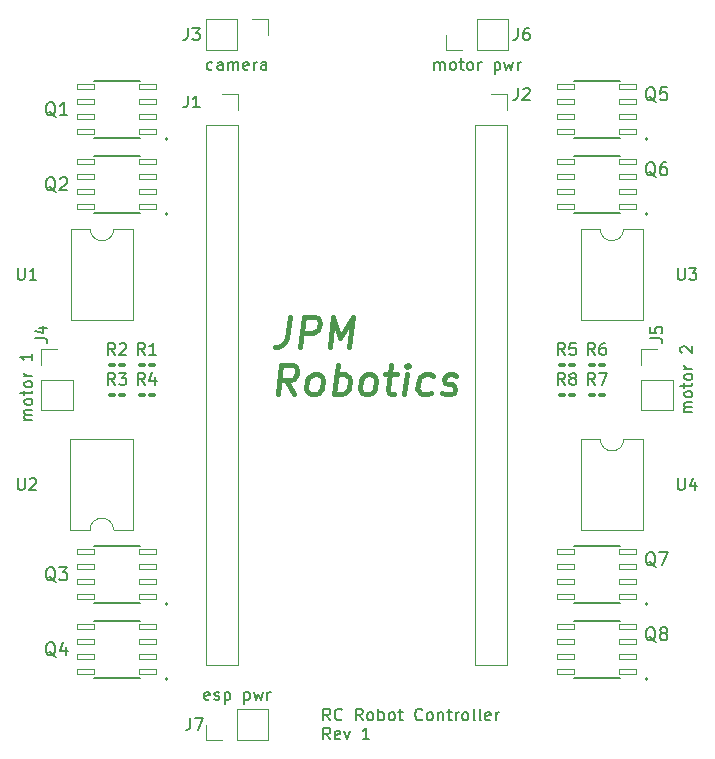
<source format=gto>
G04 #@! TF.GenerationSoftware,KiCad,Pcbnew,(6.0.2)*
G04 #@! TF.CreationDate,2022-11-25T11:40:26-08:00*
G04 #@! TF.ProjectId,robot_pcb,726f626f-745f-4706-9362-2e6b69636164,rev?*
G04 #@! TF.SameCoordinates,Original*
G04 #@! TF.FileFunction,Legend,Top*
G04 #@! TF.FilePolarity,Positive*
%FSLAX46Y46*%
G04 Gerber Fmt 4.6, Leading zero omitted, Abs format (unit mm)*
G04 Created by KiCad (PCBNEW (6.0.2)) date 2022-11-25 11:40:26*
%MOMM*%
%LPD*%
G01*
G04 APERTURE LIST*
G04 Aperture macros list*
%AMRoundRect*
0 Rectangle with rounded corners*
0 $1 Rounding radius*
0 $2 $3 $4 $5 $6 $7 $8 $9 X,Y pos of 4 corners*
0 Add a 4 corners polygon primitive as box body*
4,1,4,$2,$3,$4,$5,$6,$7,$8,$9,$2,$3,0*
0 Add four circle primitives for the rounded corners*
1,1,$1+$1,$2,$3*
1,1,$1+$1,$4,$5*
1,1,$1+$1,$6,$7*
1,1,$1+$1,$8,$9*
0 Add four rect primitives between the rounded corners*
20,1,$1+$1,$2,$3,$4,$5,0*
20,1,$1+$1,$4,$5,$6,$7,0*
20,1,$1+$1,$6,$7,$8,$9,0*
20,1,$1+$1,$8,$9,$2,$3,0*%
G04 Aperture macros list end*
%ADD10C,0.150000*%
%ADD11C,0.450000*%
%ADD12C,0.120000*%
%ADD13C,0.127000*%
%ADD14C,0.200000*%
%ADD15R,1.700000X1.700000*%
%ADD16O,1.700000X1.700000*%
%ADD17RoundRect,0.041300X0.748700X0.253700X-0.748700X0.253700X-0.748700X-0.253700X0.748700X-0.253700X0*%
%ADD18C,2.700000*%
%ADD19RoundRect,0.100000X0.217500X0.100000X-0.217500X0.100000X-0.217500X-0.100000X0.217500X-0.100000X0*%
%ADD20R,1.600000X1.600000*%
%ADD21O,1.600000X1.600000*%
%ADD22RoundRect,0.100000X-0.217500X-0.100000X0.217500X-0.100000X0.217500X0.100000X-0.217500X0.100000X0*%
G04 APERTURE END LIST*
D10*
X95702380Y-93590714D02*
X95035714Y-93590714D01*
X95130952Y-93590714D02*
X95083333Y-93543095D01*
X95035714Y-93447857D01*
X95035714Y-93305000D01*
X95083333Y-93209761D01*
X95178571Y-93162142D01*
X95702380Y-93162142D01*
X95178571Y-93162142D02*
X95083333Y-93114523D01*
X95035714Y-93019285D01*
X95035714Y-92876428D01*
X95083333Y-92781190D01*
X95178571Y-92733571D01*
X95702380Y-92733571D01*
X95702380Y-92114523D02*
X95654761Y-92209761D01*
X95607142Y-92257380D01*
X95511904Y-92305000D01*
X95226190Y-92305000D01*
X95130952Y-92257380D01*
X95083333Y-92209761D01*
X95035714Y-92114523D01*
X95035714Y-91971666D01*
X95083333Y-91876428D01*
X95130952Y-91828809D01*
X95226190Y-91781190D01*
X95511904Y-91781190D01*
X95607142Y-91828809D01*
X95654761Y-91876428D01*
X95702380Y-91971666D01*
X95702380Y-92114523D01*
X95035714Y-91495476D02*
X95035714Y-91114523D01*
X94702380Y-91352619D02*
X95559523Y-91352619D01*
X95654761Y-91305000D01*
X95702380Y-91209761D01*
X95702380Y-91114523D01*
X95702380Y-90638333D02*
X95654761Y-90733571D01*
X95607142Y-90781190D01*
X95511904Y-90828809D01*
X95226190Y-90828809D01*
X95130952Y-90781190D01*
X95083333Y-90733571D01*
X95035714Y-90638333D01*
X95035714Y-90495476D01*
X95083333Y-90400238D01*
X95130952Y-90352619D01*
X95226190Y-90305000D01*
X95511904Y-90305000D01*
X95607142Y-90352619D01*
X95654761Y-90400238D01*
X95702380Y-90495476D01*
X95702380Y-90638333D01*
X95702380Y-89876428D02*
X95035714Y-89876428D01*
X95226190Y-89876428D02*
X95130952Y-89828809D01*
X95083333Y-89781190D01*
X95035714Y-89685952D01*
X95035714Y-89590714D01*
X95702380Y-87971666D02*
X95702380Y-88543095D01*
X95702380Y-88257380D02*
X94702380Y-88257380D01*
X94845238Y-88352619D01*
X94940476Y-88447857D01*
X94988095Y-88543095D01*
X151582380Y-92955714D02*
X150915714Y-92955714D01*
X151010952Y-92955714D02*
X150963333Y-92908095D01*
X150915714Y-92812857D01*
X150915714Y-92670000D01*
X150963333Y-92574761D01*
X151058571Y-92527142D01*
X151582380Y-92527142D01*
X151058571Y-92527142D02*
X150963333Y-92479523D01*
X150915714Y-92384285D01*
X150915714Y-92241428D01*
X150963333Y-92146190D01*
X151058571Y-92098571D01*
X151582380Y-92098571D01*
X151582380Y-91479523D02*
X151534761Y-91574761D01*
X151487142Y-91622380D01*
X151391904Y-91670000D01*
X151106190Y-91670000D01*
X151010952Y-91622380D01*
X150963333Y-91574761D01*
X150915714Y-91479523D01*
X150915714Y-91336666D01*
X150963333Y-91241428D01*
X151010952Y-91193809D01*
X151106190Y-91146190D01*
X151391904Y-91146190D01*
X151487142Y-91193809D01*
X151534761Y-91241428D01*
X151582380Y-91336666D01*
X151582380Y-91479523D01*
X150915714Y-90860476D02*
X150915714Y-90479523D01*
X150582380Y-90717619D02*
X151439523Y-90717619D01*
X151534761Y-90670000D01*
X151582380Y-90574761D01*
X151582380Y-90479523D01*
X151582380Y-90003333D02*
X151534761Y-90098571D01*
X151487142Y-90146190D01*
X151391904Y-90193809D01*
X151106190Y-90193809D01*
X151010952Y-90146190D01*
X150963333Y-90098571D01*
X150915714Y-90003333D01*
X150915714Y-89860476D01*
X150963333Y-89765238D01*
X151010952Y-89717619D01*
X151106190Y-89670000D01*
X151391904Y-89670000D01*
X151487142Y-89717619D01*
X151534761Y-89765238D01*
X151582380Y-89860476D01*
X151582380Y-90003333D01*
X151582380Y-89241428D02*
X150915714Y-89241428D01*
X151106190Y-89241428D02*
X151010952Y-89193809D01*
X150963333Y-89146190D01*
X150915714Y-89050952D01*
X150915714Y-88955714D01*
X150677619Y-87908095D02*
X150630000Y-87860476D01*
X150582380Y-87765238D01*
X150582380Y-87527142D01*
X150630000Y-87431904D01*
X150677619Y-87384285D01*
X150772857Y-87336666D01*
X150868095Y-87336666D01*
X151010952Y-87384285D01*
X151582380Y-87955714D01*
X151582380Y-87336666D01*
X120922023Y-119027380D02*
X120588690Y-118551190D01*
X120350595Y-119027380D02*
X120350595Y-118027380D01*
X120731547Y-118027380D01*
X120826785Y-118075000D01*
X120874404Y-118122619D01*
X120922023Y-118217857D01*
X120922023Y-118360714D01*
X120874404Y-118455952D01*
X120826785Y-118503571D01*
X120731547Y-118551190D01*
X120350595Y-118551190D01*
X121922023Y-118932142D02*
X121874404Y-118979761D01*
X121731547Y-119027380D01*
X121636309Y-119027380D01*
X121493452Y-118979761D01*
X121398214Y-118884523D01*
X121350595Y-118789285D01*
X121302976Y-118598809D01*
X121302976Y-118455952D01*
X121350595Y-118265476D01*
X121398214Y-118170238D01*
X121493452Y-118075000D01*
X121636309Y-118027380D01*
X121731547Y-118027380D01*
X121874404Y-118075000D01*
X121922023Y-118122619D01*
X123683928Y-119027380D02*
X123350595Y-118551190D01*
X123112500Y-119027380D02*
X123112500Y-118027380D01*
X123493452Y-118027380D01*
X123588690Y-118075000D01*
X123636309Y-118122619D01*
X123683928Y-118217857D01*
X123683928Y-118360714D01*
X123636309Y-118455952D01*
X123588690Y-118503571D01*
X123493452Y-118551190D01*
X123112500Y-118551190D01*
X124255357Y-119027380D02*
X124160119Y-118979761D01*
X124112500Y-118932142D01*
X124064880Y-118836904D01*
X124064880Y-118551190D01*
X124112500Y-118455952D01*
X124160119Y-118408333D01*
X124255357Y-118360714D01*
X124398214Y-118360714D01*
X124493452Y-118408333D01*
X124541071Y-118455952D01*
X124588690Y-118551190D01*
X124588690Y-118836904D01*
X124541071Y-118932142D01*
X124493452Y-118979761D01*
X124398214Y-119027380D01*
X124255357Y-119027380D01*
X125017261Y-119027380D02*
X125017261Y-118027380D01*
X125017261Y-118408333D02*
X125112500Y-118360714D01*
X125302976Y-118360714D01*
X125398214Y-118408333D01*
X125445833Y-118455952D01*
X125493452Y-118551190D01*
X125493452Y-118836904D01*
X125445833Y-118932142D01*
X125398214Y-118979761D01*
X125302976Y-119027380D01*
X125112500Y-119027380D01*
X125017261Y-118979761D01*
X126064880Y-119027380D02*
X125969642Y-118979761D01*
X125922023Y-118932142D01*
X125874404Y-118836904D01*
X125874404Y-118551190D01*
X125922023Y-118455952D01*
X125969642Y-118408333D01*
X126064880Y-118360714D01*
X126207738Y-118360714D01*
X126302976Y-118408333D01*
X126350595Y-118455952D01*
X126398214Y-118551190D01*
X126398214Y-118836904D01*
X126350595Y-118932142D01*
X126302976Y-118979761D01*
X126207738Y-119027380D01*
X126064880Y-119027380D01*
X126683928Y-118360714D02*
X127064880Y-118360714D01*
X126826785Y-118027380D02*
X126826785Y-118884523D01*
X126874404Y-118979761D01*
X126969642Y-119027380D01*
X127064880Y-119027380D01*
X128731547Y-118932142D02*
X128683928Y-118979761D01*
X128541071Y-119027380D01*
X128445833Y-119027380D01*
X128302976Y-118979761D01*
X128207738Y-118884523D01*
X128160119Y-118789285D01*
X128112500Y-118598809D01*
X128112500Y-118455952D01*
X128160119Y-118265476D01*
X128207738Y-118170238D01*
X128302976Y-118075000D01*
X128445833Y-118027380D01*
X128541071Y-118027380D01*
X128683928Y-118075000D01*
X128731547Y-118122619D01*
X129302976Y-119027380D02*
X129207738Y-118979761D01*
X129160119Y-118932142D01*
X129112500Y-118836904D01*
X129112500Y-118551190D01*
X129160119Y-118455952D01*
X129207738Y-118408333D01*
X129302976Y-118360714D01*
X129445833Y-118360714D01*
X129541071Y-118408333D01*
X129588690Y-118455952D01*
X129636309Y-118551190D01*
X129636309Y-118836904D01*
X129588690Y-118932142D01*
X129541071Y-118979761D01*
X129445833Y-119027380D01*
X129302976Y-119027380D01*
X130064880Y-118360714D02*
X130064880Y-119027380D01*
X130064880Y-118455952D02*
X130112500Y-118408333D01*
X130207738Y-118360714D01*
X130350595Y-118360714D01*
X130445833Y-118408333D01*
X130493452Y-118503571D01*
X130493452Y-119027380D01*
X130826785Y-118360714D02*
X131207738Y-118360714D01*
X130969642Y-118027380D02*
X130969642Y-118884523D01*
X131017261Y-118979761D01*
X131112500Y-119027380D01*
X131207738Y-119027380D01*
X131541071Y-119027380D02*
X131541071Y-118360714D01*
X131541071Y-118551190D02*
X131588690Y-118455952D01*
X131636309Y-118408333D01*
X131731547Y-118360714D01*
X131826785Y-118360714D01*
X132302976Y-119027380D02*
X132207738Y-118979761D01*
X132160119Y-118932142D01*
X132112500Y-118836904D01*
X132112500Y-118551190D01*
X132160119Y-118455952D01*
X132207738Y-118408333D01*
X132302976Y-118360714D01*
X132445833Y-118360714D01*
X132541071Y-118408333D01*
X132588690Y-118455952D01*
X132636309Y-118551190D01*
X132636309Y-118836904D01*
X132588690Y-118932142D01*
X132541071Y-118979761D01*
X132445833Y-119027380D01*
X132302976Y-119027380D01*
X133207738Y-119027380D02*
X133112500Y-118979761D01*
X133064880Y-118884523D01*
X133064880Y-118027380D01*
X133731547Y-119027380D02*
X133636309Y-118979761D01*
X133588690Y-118884523D01*
X133588690Y-118027380D01*
X134493452Y-118979761D02*
X134398214Y-119027380D01*
X134207738Y-119027380D01*
X134112500Y-118979761D01*
X134064880Y-118884523D01*
X134064880Y-118503571D01*
X134112500Y-118408333D01*
X134207738Y-118360714D01*
X134398214Y-118360714D01*
X134493452Y-118408333D01*
X134541071Y-118503571D01*
X134541071Y-118598809D01*
X134064880Y-118694047D01*
X134969642Y-119027380D02*
X134969642Y-118360714D01*
X134969642Y-118551190D02*
X135017261Y-118455952D01*
X135064880Y-118408333D01*
X135160119Y-118360714D01*
X135255357Y-118360714D01*
X120922023Y-120637380D02*
X120588690Y-120161190D01*
X120350595Y-120637380D02*
X120350595Y-119637380D01*
X120731547Y-119637380D01*
X120826785Y-119685000D01*
X120874404Y-119732619D01*
X120922023Y-119827857D01*
X120922023Y-119970714D01*
X120874404Y-120065952D01*
X120826785Y-120113571D01*
X120731547Y-120161190D01*
X120350595Y-120161190D01*
X121731547Y-120589761D02*
X121636309Y-120637380D01*
X121445833Y-120637380D01*
X121350595Y-120589761D01*
X121302976Y-120494523D01*
X121302976Y-120113571D01*
X121350595Y-120018333D01*
X121445833Y-119970714D01*
X121636309Y-119970714D01*
X121731547Y-120018333D01*
X121779166Y-120113571D01*
X121779166Y-120208809D01*
X121302976Y-120304047D01*
X122112500Y-119970714D02*
X122350595Y-120637380D01*
X122588690Y-119970714D01*
X124255357Y-120637380D02*
X123683928Y-120637380D01*
X123969642Y-120637380D02*
X123969642Y-119637380D01*
X123874404Y-119780238D01*
X123779166Y-119875476D01*
X123683928Y-119923095D01*
X110696666Y-117244761D02*
X110601428Y-117292380D01*
X110410952Y-117292380D01*
X110315714Y-117244761D01*
X110268095Y-117149523D01*
X110268095Y-116768571D01*
X110315714Y-116673333D01*
X110410952Y-116625714D01*
X110601428Y-116625714D01*
X110696666Y-116673333D01*
X110744285Y-116768571D01*
X110744285Y-116863809D01*
X110268095Y-116959047D01*
X111125238Y-117244761D02*
X111220476Y-117292380D01*
X111410952Y-117292380D01*
X111506190Y-117244761D01*
X111553809Y-117149523D01*
X111553809Y-117101904D01*
X111506190Y-117006666D01*
X111410952Y-116959047D01*
X111268095Y-116959047D01*
X111172857Y-116911428D01*
X111125238Y-116816190D01*
X111125238Y-116768571D01*
X111172857Y-116673333D01*
X111268095Y-116625714D01*
X111410952Y-116625714D01*
X111506190Y-116673333D01*
X111982380Y-116625714D02*
X111982380Y-117625714D01*
X111982380Y-116673333D02*
X112077619Y-116625714D01*
X112268095Y-116625714D01*
X112363333Y-116673333D01*
X112410952Y-116720952D01*
X112458571Y-116816190D01*
X112458571Y-117101904D01*
X112410952Y-117197142D01*
X112363333Y-117244761D01*
X112268095Y-117292380D01*
X112077619Y-117292380D01*
X111982380Y-117244761D01*
X113649047Y-116625714D02*
X113649047Y-117625714D01*
X113649047Y-116673333D02*
X113744285Y-116625714D01*
X113934761Y-116625714D01*
X114030000Y-116673333D01*
X114077619Y-116720952D01*
X114125238Y-116816190D01*
X114125238Y-117101904D01*
X114077619Y-117197142D01*
X114030000Y-117244761D01*
X113934761Y-117292380D01*
X113744285Y-117292380D01*
X113649047Y-117244761D01*
X114458571Y-116625714D02*
X114649047Y-117292380D01*
X114839523Y-116816190D01*
X115030000Y-117292380D01*
X115220476Y-116625714D01*
X115601428Y-117292380D02*
X115601428Y-116625714D01*
X115601428Y-116816190D02*
X115649047Y-116720952D01*
X115696666Y-116673333D01*
X115791904Y-116625714D01*
X115887142Y-116625714D01*
D11*
X117499404Y-84883452D02*
X117276190Y-86669166D01*
X117112500Y-87026309D01*
X116844642Y-87264404D01*
X116472619Y-87383452D01*
X116234523Y-87383452D01*
X118377380Y-87383452D02*
X118689880Y-84883452D01*
X119642261Y-84883452D01*
X119865476Y-85002500D01*
X119969642Y-85121547D01*
X120058928Y-85359642D01*
X120014285Y-85716785D01*
X119865476Y-85954880D01*
X119731547Y-86073928D01*
X119478571Y-86192976D01*
X118526190Y-86192976D01*
X120877380Y-87383452D02*
X121189880Y-84883452D01*
X121800000Y-86669166D01*
X122856547Y-84883452D01*
X122544047Y-87383452D01*
X117901190Y-91408452D02*
X117216666Y-90217976D01*
X116472619Y-91408452D02*
X116785119Y-88908452D01*
X117737500Y-88908452D01*
X117960714Y-89027500D01*
X118064880Y-89146547D01*
X118154166Y-89384642D01*
X118109523Y-89741785D01*
X117960714Y-89979880D01*
X117826785Y-90098928D01*
X117573809Y-90217976D01*
X116621428Y-90217976D01*
X119329761Y-91408452D02*
X119106547Y-91289404D01*
X119002380Y-91170357D01*
X118913095Y-90932261D01*
X119002380Y-90217976D01*
X119151190Y-89979880D01*
X119285119Y-89860833D01*
X119538095Y-89741785D01*
X119895238Y-89741785D01*
X120118452Y-89860833D01*
X120222619Y-89979880D01*
X120311904Y-90217976D01*
X120222619Y-90932261D01*
X120073809Y-91170357D01*
X119939880Y-91289404D01*
X119686904Y-91408452D01*
X119329761Y-91408452D01*
X121234523Y-91408452D02*
X121547023Y-88908452D01*
X121427976Y-89860833D02*
X121680952Y-89741785D01*
X122157142Y-89741785D01*
X122380357Y-89860833D01*
X122484523Y-89979880D01*
X122573809Y-90217976D01*
X122484523Y-90932261D01*
X122335714Y-91170357D01*
X122201785Y-91289404D01*
X121948809Y-91408452D01*
X121472619Y-91408452D01*
X121249404Y-91289404D01*
X123853571Y-91408452D02*
X123630357Y-91289404D01*
X123526190Y-91170357D01*
X123436904Y-90932261D01*
X123526190Y-90217976D01*
X123675000Y-89979880D01*
X123808928Y-89860833D01*
X124061904Y-89741785D01*
X124419047Y-89741785D01*
X124642261Y-89860833D01*
X124746428Y-89979880D01*
X124835714Y-90217976D01*
X124746428Y-90932261D01*
X124597619Y-91170357D01*
X124463690Y-91289404D01*
X124210714Y-91408452D01*
X123853571Y-91408452D01*
X125609523Y-89741785D02*
X126561904Y-89741785D01*
X126070833Y-88908452D02*
X125802976Y-91051309D01*
X125892261Y-91289404D01*
X126115476Y-91408452D01*
X126353571Y-91408452D01*
X127186904Y-91408452D02*
X127395238Y-89741785D01*
X127499404Y-88908452D02*
X127365476Y-89027500D01*
X127469642Y-89146547D01*
X127603571Y-89027500D01*
X127499404Y-88908452D01*
X127469642Y-89146547D01*
X129463690Y-91289404D02*
X129210714Y-91408452D01*
X128734523Y-91408452D01*
X128511309Y-91289404D01*
X128407142Y-91170357D01*
X128317857Y-90932261D01*
X128407142Y-90217976D01*
X128555952Y-89979880D01*
X128689880Y-89860833D01*
X128942857Y-89741785D01*
X129419047Y-89741785D01*
X129642261Y-89860833D01*
X130416071Y-91289404D02*
X130639285Y-91408452D01*
X131115476Y-91408452D01*
X131368452Y-91289404D01*
X131517261Y-91051309D01*
X131532142Y-90932261D01*
X131442857Y-90694166D01*
X131219642Y-90575119D01*
X130862500Y-90575119D01*
X130639285Y-90456071D01*
X130550000Y-90217976D01*
X130564880Y-90098928D01*
X130713690Y-89860833D01*
X130966666Y-89741785D01*
X131323809Y-89741785D01*
X131547023Y-89860833D01*
D10*
X129754761Y-63952380D02*
X129754761Y-63285714D01*
X129754761Y-63380952D02*
X129802380Y-63333333D01*
X129897619Y-63285714D01*
X130040476Y-63285714D01*
X130135714Y-63333333D01*
X130183333Y-63428571D01*
X130183333Y-63952380D01*
X130183333Y-63428571D02*
X130230952Y-63333333D01*
X130326190Y-63285714D01*
X130469047Y-63285714D01*
X130564285Y-63333333D01*
X130611904Y-63428571D01*
X130611904Y-63952380D01*
X131230952Y-63952380D02*
X131135714Y-63904761D01*
X131088095Y-63857142D01*
X131040476Y-63761904D01*
X131040476Y-63476190D01*
X131088095Y-63380952D01*
X131135714Y-63333333D01*
X131230952Y-63285714D01*
X131373809Y-63285714D01*
X131469047Y-63333333D01*
X131516666Y-63380952D01*
X131564285Y-63476190D01*
X131564285Y-63761904D01*
X131516666Y-63857142D01*
X131469047Y-63904761D01*
X131373809Y-63952380D01*
X131230952Y-63952380D01*
X131850000Y-63285714D02*
X132230952Y-63285714D01*
X131992857Y-62952380D02*
X131992857Y-63809523D01*
X132040476Y-63904761D01*
X132135714Y-63952380D01*
X132230952Y-63952380D01*
X132707142Y-63952380D02*
X132611904Y-63904761D01*
X132564285Y-63857142D01*
X132516666Y-63761904D01*
X132516666Y-63476190D01*
X132564285Y-63380952D01*
X132611904Y-63333333D01*
X132707142Y-63285714D01*
X132850000Y-63285714D01*
X132945238Y-63333333D01*
X132992857Y-63380952D01*
X133040476Y-63476190D01*
X133040476Y-63761904D01*
X132992857Y-63857142D01*
X132945238Y-63904761D01*
X132850000Y-63952380D01*
X132707142Y-63952380D01*
X133469047Y-63952380D02*
X133469047Y-63285714D01*
X133469047Y-63476190D02*
X133516666Y-63380952D01*
X133564285Y-63333333D01*
X133659523Y-63285714D01*
X133754761Y-63285714D01*
X134850000Y-63285714D02*
X134850000Y-64285714D01*
X134850000Y-63333333D02*
X134945238Y-63285714D01*
X135135714Y-63285714D01*
X135230952Y-63333333D01*
X135278571Y-63380952D01*
X135326190Y-63476190D01*
X135326190Y-63761904D01*
X135278571Y-63857142D01*
X135230952Y-63904761D01*
X135135714Y-63952380D01*
X134945238Y-63952380D01*
X134850000Y-63904761D01*
X135659523Y-63285714D02*
X135850000Y-63952380D01*
X136040476Y-63476190D01*
X136230952Y-63952380D01*
X136421428Y-63285714D01*
X136802380Y-63952380D02*
X136802380Y-63285714D01*
X136802380Y-63476190D02*
X136850000Y-63380952D01*
X136897619Y-63333333D01*
X136992857Y-63285714D01*
X137088095Y-63285714D01*
X110958571Y-63904761D02*
X110863333Y-63952380D01*
X110672857Y-63952380D01*
X110577619Y-63904761D01*
X110530000Y-63857142D01*
X110482380Y-63761904D01*
X110482380Y-63476190D01*
X110530000Y-63380952D01*
X110577619Y-63333333D01*
X110672857Y-63285714D01*
X110863333Y-63285714D01*
X110958571Y-63333333D01*
X111815714Y-63952380D02*
X111815714Y-63428571D01*
X111768095Y-63333333D01*
X111672857Y-63285714D01*
X111482380Y-63285714D01*
X111387142Y-63333333D01*
X111815714Y-63904761D02*
X111720476Y-63952380D01*
X111482380Y-63952380D01*
X111387142Y-63904761D01*
X111339523Y-63809523D01*
X111339523Y-63714285D01*
X111387142Y-63619047D01*
X111482380Y-63571428D01*
X111720476Y-63571428D01*
X111815714Y-63523809D01*
X112291904Y-63952380D02*
X112291904Y-63285714D01*
X112291904Y-63380952D02*
X112339523Y-63333333D01*
X112434761Y-63285714D01*
X112577619Y-63285714D01*
X112672857Y-63333333D01*
X112720476Y-63428571D01*
X112720476Y-63952380D01*
X112720476Y-63428571D02*
X112768095Y-63333333D01*
X112863333Y-63285714D01*
X113006190Y-63285714D01*
X113101428Y-63333333D01*
X113149047Y-63428571D01*
X113149047Y-63952380D01*
X114006190Y-63904761D02*
X113910952Y-63952380D01*
X113720476Y-63952380D01*
X113625238Y-63904761D01*
X113577619Y-63809523D01*
X113577619Y-63428571D01*
X113625238Y-63333333D01*
X113720476Y-63285714D01*
X113910952Y-63285714D01*
X114006190Y-63333333D01*
X114053809Y-63428571D01*
X114053809Y-63523809D01*
X113577619Y-63619047D01*
X114482380Y-63952380D02*
X114482380Y-63285714D01*
X114482380Y-63476190D02*
X114530000Y-63380952D01*
X114577619Y-63333333D01*
X114672857Y-63285714D01*
X114768095Y-63285714D01*
X115530000Y-63952380D02*
X115530000Y-63428571D01*
X115482380Y-63333333D01*
X115387142Y-63285714D01*
X115196666Y-63285714D01*
X115101428Y-63333333D01*
X115530000Y-63904761D02*
X115434761Y-63952380D01*
X115196666Y-63952380D01*
X115101428Y-63904761D01*
X115053809Y-63809523D01*
X115053809Y-63714285D01*
X115101428Y-63619047D01*
X115196666Y-63571428D01*
X115434761Y-63571428D01*
X115530000Y-63523809D01*
X109096666Y-118832380D02*
X109096666Y-119546666D01*
X109049047Y-119689523D01*
X108953809Y-119784761D01*
X108810952Y-119832380D01*
X108715714Y-119832380D01*
X109477619Y-118832380D02*
X110144285Y-118832380D01*
X109715714Y-119832380D01*
X97685505Y-107280845D02*
X97581010Y-107228598D01*
X97476515Y-107124103D01*
X97319772Y-106967361D01*
X97215277Y-106915113D01*
X97110782Y-106915113D01*
X97163030Y-107176351D02*
X97058535Y-107124103D01*
X96954040Y-107019608D01*
X96901792Y-106810618D01*
X96901792Y-106444886D01*
X96954040Y-106235896D01*
X97058535Y-106131401D01*
X97163030Y-106079154D01*
X97372020Y-106079154D01*
X97476515Y-106131401D01*
X97581010Y-106235896D01*
X97633257Y-106444886D01*
X97633257Y-106810618D01*
X97581010Y-107019608D01*
X97476515Y-107124103D01*
X97372020Y-107176351D01*
X97163030Y-107176351D01*
X97998989Y-106079154D02*
X98678207Y-106079154D01*
X98312474Y-106497133D01*
X98469217Y-106497133D01*
X98573712Y-106549381D01*
X98625959Y-106601628D01*
X98678207Y-106706123D01*
X98678207Y-106967361D01*
X98625959Y-107071856D01*
X98573712Y-107124103D01*
X98469217Y-107176351D01*
X98155732Y-107176351D01*
X98051237Y-107124103D01*
X97998989Y-107071856D01*
X97685505Y-67910845D02*
X97581010Y-67858598D01*
X97476515Y-67754103D01*
X97319772Y-67597361D01*
X97215277Y-67545113D01*
X97110782Y-67545113D01*
X97163030Y-67806351D02*
X97058535Y-67754103D01*
X96954040Y-67649608D01*
X96901792Y-67440618D01*
X96901792Y-67074886D01*
X96954040Y-66865896D01*
X97058535Y-66761401D01*
X97163030Y-66709154D01*
X97372020Y-66709154D01*
X97476515Y-66761401D01*
X97581010Y-66865896D01*
X97633257Y-67074886D01*
X97633257Y-67440618D01*
X97581010Y-67649608D01*
X97476515Y-67754103D01*
X97372020Y-67806351D01*
X97163030Y-67806351D01*
X98678207Y-67806351D02*
X98051237Y-67806351D01*
X98364722Y-67806351D02*
X98364722Y-66709154D01*
X98260227Y-66865896D01*
X98155732Y-66970391D01*
X98051237Y-67022638D01*
X108886666Y-66127380D02*
X108886666Y-66841666D01*
X108839047Y-66984523D01*
X108743809Y-67079761D01*
X108600952Y-67127380D01*
X108505714Y-67127380D01*
X109886666Y-67127380D02*
X109315238Y-67127380D01*
X109600952Y-67127380D02*
X109600952Y-66127380D01*
X109505714Y-66270238D01*
X109410476Y-66365476D01*
X109315238Y-66413095D01*
X97685505Y-113630845D02*
X97581010Y-113578598D01*
X97476515Y-113474103D01*
X97319772Y-113317361D01*
X97215277Y-113265113D01*
X97110782Y-113265113D01*
X97163030Y-113526351D02*
X97058535Y-113474103D01*
X96954040Y-113369608D01*
X96901792Y-113160618D01*
X96901792Y-112794886D01*
X96954040Y-112585896D01*
X97058535Y-112481401D01*
X97163030Y-112429154D01*
X97372020Y-112429154D01*
X97476515Y-112481401D01*
X97581010Y-112585896D01*
X97633257Y-112794886D01*
X97633257Y-113160618D01*
X97581010Y-113369608D01*
X97476515Y-113474103D01*
X97372020Y-113526351D01*
X97163030Y-113526351D01*
X98573712Y-112794886D02*
X98573712Y-113526351D01*
X98312474Y-112376906D02*
X98051237Y-113160618D01*
X98730454Y-113160618D01*
X148485505Y-72990845D02*
X148381010Y-72938598D01*
X148276515Y-72834103D01*
X148119772Y-72677361D01*
X148015277Y-72625113D01*
X147910782Y-72625113D01*
X147963030Y-72886351D02*
X147858535Y-72834103D01*
X147754040Y-72729608D01*
X147701792Y-72520618D01*
X147701792Y-72154886D01*
X147754040Y-71945896D01*
X147858535Y-71841401D01*
X147963030Y-71789154D01*
X148172020Y-71789154D01*
X148276515Y-71841401D01*
X148381010Y-71945896D01*
X148433257Y-72154886D01*
X148433257Y-72520618D01*
X148381010Y-72729608D01*
X148276515Y-72834103D01*
X148172020Y-72886351D01*
X147963030Y-72886351D01*
X149373712Y-71789154D02*
X149164722Y-71789154D01*
X149060227Y-71841401D01*
X149007979Y-71893648D01*
X148903484Y-72050391D01*
X148851237Y-72259381D01*
X148851237Y-72677361D01*
X148903484Y-72781856D01*
X148955732Y-72834103D01*
X149060227Y-72886351D01*
X149269217Y-72886351D01*
X149373712Y-72834103D01*
X149425959Y-72781856D01*
X149478207Y-72677361D01*
X149478207Y-72416123D01*
X149425959Y-72311628D01*
X149373712Y-72259381D01*
X149269217Y-72207133D01*
X149060227Y-72207133D01*
X148955732Y-72259381D01*
X148903484Y-72311628D01*
X148851237Y-72416123D01*
X108886666Y-60412380D02*
X108886666Y-61126666D01*
X108839047Y-61269523D01*
X108743809Y-61364761D01*
X108600952Y-61412380D01*
X108505714Y-61412380D01*
X109267619Y-60412380D02*
X109886666Y-60412380D01*
X109553333Y-60793333D01*
X109696190Y-60793333D01*
X109791428Y-60840952D01*
X109839047Y-60888571D01*
X109886666Y-60983809D01*
X109886666Y-61221904D01*
X109839047Y-61317142D01*
X109791428Y-61364761D01*
X109696190Y-61412380D01*
X109410476Y-61412380D01*
X109315238Y-61364761D01*
X109267619Y-61317142D01*
X140803333Y-88082380D02*
X140470000Y-87606190D01*
X140231904Y-88082380D02*
X140231904Y-87082380D01*
X140612857Y-87082380D01*
X140708095Y-87130000D01*
X140755714Y-87177619D01*
X140803333Y-87272857D01*
X140803333Y-87415714D01*
X140755714Y-87510952D01*
X140708095Y-87558571D01*
X140612857Y-87606190D01*
X140231904Y-87606190D01*
X141708095Y-87082380D02*
X141231904Y-87082380D01*
X141184285Y-87558571D01*
X141231904Y-87510952D01*
X141327142Y-87463333D01*
X141565238Y-87463333D01*
X141660476Y-87510952D01*
X141708095Y-87558571D01*
X141755714Y-87653809D01*
X141755714Y-87891904D01*
X141708095Y-87987142D01*
X141660476Y-88034761D01*
X141565238Y-88082380D01*
X141327142Y-88082380D01*
X141231904Y-88034761D01*
X141184285Y-87987142D01*
X148485505Y-106010845D02*
X148381010Y-105958598D01*
X148276515Y-105854103D01*
X148119772Y-105697361D01*
X148015277Y-105645113D01*
X147910782Y-105645113D01*
X147963030Y-105906351D02*
X147858535Y-105854103D01*
X147754040Y-105749608D01*
X147701792Y-105540618D01*
X147701792Y-105174886D01*
X147754040Y-104965896D01*
X147858535Y-104861401D01*
X147963030Y-104809154D01*
X148172020Y-104809154D01*
X148276515Y-104861401D01*
X148381010Y-104965896D01*
X148433257Y-105174886D01*
X148433257Y-105540618D01*
X148381010Y-105749608D01*
X148276515Y-105854103D01*
X148172020Y-105906351D01*
X147963030Y-105906351D01*
X148798989Y-104809154D02*
X149530454Y-104809154D01*
X149060227Y-105906351D01*
X150368095Y-80732380D02*
X150368095Y-81541904D01*
X150415714Y-81637142D01*
X150463333Y-81684761D01*
X150558571Y-81732380D01*
X150749047Y-81732380D01*
X150844285Y-81684761D01*
X150891904Y-81637142D01*
X150939523Y-81541904D01*
X150939523Y-80732380D01*
X151320476Y-80732380D02*
X151939523Y-80732380D01*
X151606190Y-81113333D01*
X151749047Y-81113333D01*
X151844285Y-81160952D01*
X151891904Y-81208571D01*
X151939523Y-81303809D01*
X151939523Y-81541904D01*
X151891904Y-81637142D01*
X151844285Y-81684761D01*
X151749047Y-81732380D01*
X151463333Y-81732380D01*
X151368095Y-81684761D01*
X151320476Y-81637142D01*
X148485505Y-112360845D02*
X148381010Y-112308598D01*
X148276515Y-112204103D01*
X148119772Y-112047361D01*
X148015277Y-111995113D01*
X147910782Y-111995113D01*
X147963030Y-112256351D02*
X147858535Y-112204103D01*
X147754040Y-112099608D01*
X147701792Y-111890618D01*
X147701792Y-111524886D01*
X147754040Y-111315896D01*
X147858535Y-111211401D01*
X147963030Y-111159154D01*
X148172020Y-111159154D01*
X148276515Y-111211401D01*
X148381010Y-111315896D01*
X148433257Y-111524886D01*
X148433257Y-111890618D01*
X148381010Y-112099608D01*
X148276515Y-112204103D01*
X148172020Y-112256351D01*
X147963030Y-112256351D01*
X149060227Y-111629381D02*
X148955732Y-111577133D01*
X148903484Y-111524886D01*
X148851237Y-111420391D01*
X148851237Y-111368143D01*
X148903484Y-111263648D01*
X148955732Y-111211401D01*
X149060227Y-111159154D01*
X149269217Y-111159154D01*
X149373712Y-111211401D01*
X149425959Y-111263648D01*
X149478207Y-111368143D01*
X149478207Y-111420391D01*
X149425959Y-111524886D01*
X149373712Y-111577133D01*
X149269217Y-111629381D01*
X149060227Y-111629381D01*
X148955732Y-111681628D01*
X148903484Y-111733876D01*
X148851237Y-111838371D01*
X148851237Y-112047361D01*
X148903484Y-112151856D01*
X148955732Y-112204103D01*
X149060227Y-112256351D01*
X149269217Y-112256351D01*
X149373712Y-112204103D01*
X149425959Y-112151856D01*
X149478207Y-112047361D01*
X149478207Y-111838371D01*
X149425959Y-111733876D01*
X149373712Y-111681628D01*
X149269217Y-111629381D01*
X102703333Y-90622380D02*
X102370000Y-90146190D01*
X102131904Y-90622380D02*
X102131904Y-89622380D01*
X102512857Y-89622380D01*
X102608095Y-89670000D01*
X102655714Y-89717619D01*
X102703333Y-89812857D01*
X102703333Y-89955714D01*
X102655714Y-90050952D01*
X102608095Y-90098571D01*
X102512857Y-90146190D01*
X102131904Y-90146190D01*
X103036666Y-89622380D02*
X103655714Y-89622380D01*
X103322380Y-90003333D01*
X103465238Y-90003333D01*
X103560476Y-90050952D01*
X103608095Y-90098571D01*
X103655714Y-90193809D01*
X103655714Y-90431904D01*
X103608095Y-90527142D01*
X103560476Y-90574761D01*
X103465238Y-90622380D01*
X103179523Y-90622380D01*
X103084285Y-90574761D01*
X103036666Y-90527142D01*
X136826666Y-65492380D02*
X136826666Y-66206666D01*
X136779047Y-66349523D01*
X136683809Y-66444761D01*
X136540952Y-66492380D01*
X136445714Y-66492380D01*
X137255238Y-65587619D02*
X137302857Y-65540000D01*
X137398095Y-65492380D01*
X137636190Y-65492380D01*
X137731428Y-65540000D01*
X137779047Y-65587619D01*
X137826666Y-65682857D01*
X137826666Y-65778095D01*
X137779047Y-65920952D01*
X137207619Y-66492380D01*
X137826666Y-66492380D01*
X140803333Y-90622380D02*
X140470000Y-90146190D01*
X140231904Y-90622380D02*
X140231904Y-89622380D01*
X140612857Y-89622380D01*
X140708095Y-89670000D01*
X140755714Y-89717619D01*
X140803333Y-89812857D01*
X140803333Y-89955714D01*
X140755714Y-90050952D01*
X140708095Y-90098571D01*
X140612857Y-90146190D01*
X140231904Y-90146190D01*
X141374761Y-90050952D02*
X141279523Y-90003333D01*
X141231904Y-89955714D01*
X141184285Y-89860476D01*
X141184285Y-89812857D01*
X141231904Y-89717619D01*
X141279523Y-89670000D01*
X141374761Y-89622380D01*
X141565238Y-89622380D01*
X141660476Y-89670000D01*
X141708095Y-89717619D01*
X141755714Y-89812857D01*
X141755714Y-89860476D01*
X141708095Y-89955714D01*
X141660476Y-90003333D01*
X141565238Y-90050952D01*
X141374761Y-90050952D01*
X141279523Y-90098571D01*
X141231904Y-90146190D01*
X141184285Y-90241428D01*
X141184285Y-90431904D01*
X141231904Y-90527142D01*
X141279523Y-90574761D01*
X141374761Y-90622380D01*
X141565238Y-90622380D01*
X141660476Y-90574761D01*
X141708095Y-90527142D01*
X141755714Y-90431904D01*
X141755714Y-90241428D01*
X141708095Y-90146190D01*
X141660476Y-90098571D01*
X141565238Y-90050952D01*
X97685505Y-74260845D02*
X97581010Y-74208598D01*
X97476515Y-74104103D01*
X97319772Y-73947361D01*
X97215277Y-73895113D01*
X97110782Y-73895113D01*
X97163030Y-74156351D02*
X97058535Y-74104103D01*
X96954040Y-73999608D01*
X96901792Y-73790618D01*
X96901792Y-73424886D01*
X96954040Y-73215896D01*
X97058535Y-73111401D01*
X97163030Y-73059154D01*
X97372020Y-73059154D01*
X97476515Y-73111401D01*
X97581010Y-73215896D01*
X97633257Y-73424886D01*
X97633257Y-73790618D01*
X97581010Y-73999608D01*
X97476515Y-74104103D01*
X97372020Y-74156351D01*
X97163030Y-74156351D01*
X98051237Y-73163648D02*
X98103484Y-73111401D01*
X98207979Y-73059154D01*
X98469217Y-73059154D01*
X98573712Y-73111401D01*
X98625959Y-73163648D01*
X98678207Y-73268143D01*
X98678207Y-73372638D01*
X98625959Y-73529381D01*
X97998989Y-74156351D01*
X98678207Y-74156351D01*
X105243333Y-88082380D02*
X104910000Y-87606190D01*
X104671904Y-88082380D02*
X104671904Y-87082380D01*
X105052857Y-87082380D01*
X105148095Y-87130000D01*
X105195714Y-87177619D01*
X105243333Y-87272857D01*
X105243333Y-87415714D01*
X105195714Y-87510952D01*
X105148095Y-87558571D01*
X105052857Y-87606190D01*
X104671904Y-87606190D01*
X106195714Y-88082380D02*
X105624285Y-88082380D01*
X105910000Y-88082380D02*
X105910000Y-87082380D01*
X105814761Y-87225238D01*
X105719523Y-87320476D01*
X105624285Y-87368095D01*
X94488095Y-80717380D02*
X94488095Y-81526904D01*
X94535714Y-81622142D01*
X94583333Y-81669761D01*
X94678571Y-81717380D01*
X94869047Y-81717380D01*
X94964285Y-81669761D01*
X95011904Y-81622142D01*
X95059523Y-81526904D01*
X95059523Y-80717380D01*
X96059523Y-81717380D02*
X95488095Y-81717380D01*
X95773809Y-81717380D02*
X95773809Y-80717380D01*
X95678571Y-80860238D01*
X95583333Y-80955476D01*
X95488095Y-81003095D01*
X148485505Y-66640845D02*
X148381010Y-66588598D01*
X148276515Y-66484103D01*
X148119772Y-66327361D01*
X148015277Y-66275113D01*
X147910782Y-66275113D01*
X147963030Y-66536351D02*
X147858535Y-66484103D01*
X147754040Y-66379608D01*
X147701792Y-66170618D01*
X147701792Y-65804886D01*
X147754040Y-65595896D01*
X147858535Y-65491401D01*
X147963030Y-65439154D01*
X148172020Y-65439154D01*
X148276515Y-65491401D01*
X148381010Y-65595896D01*
X148433257Y-65804886D01*
X148433257Y-66170618D01*
X148381010Y-66379608D01*
X148276515Y-66484103D01*
X148172020Y-66536351D01*
X147963030Y-66536351D01*
X149425959Y-65439154D02*
X148903484Y-65439154D01*
X148851237Y-65961628D01*
X148903484Y-65909381D01*
X149007979Y-65857133D01*
X149269217Y-65857133D01*
X149373712Y-65909381D01*
X149425959Y-65961628D01*
X149478207Y-66066123D01*
X149478207Y-66327361D01*
X149425959Y-66431856D01*
X149373712Y-66484103D01*
X149269217Y-66536351D01*
X149007979Y-66536351D01*
X148903484Y-66484103D01*
X148851237Y-66431856D01*
X150368095Y-98527380D02*
X150368095Y-99336904D01*
X150415714Y-99432142D01*
X150463333Y-99479761D01*
X150558571Y-99527380D01*
X150749047Y-99527380D01*
X150844285Y-99479761D01*
X150891904Y-99432142D01*
X150939523Y-99336904D01*
X150939523Y-98527380D01*
X151844285Y-98860714D02*
X151844285Y-99527380D01*
X151606190Y-98479761D02*
X151368095Y-99194047D01*
X151987142Y-99194047D01*
X143343333Y-88082380D02*
X143010000Y-87606190D01*
X142771904Y-88082380D02*
X142771904Y-87082380D01*
X143152857Y-87082380D01*
X143248095Y-87130000D01*
X143295714Y-87177619D01*
X143343333Y-87272857D01*
X143343333Y-87415714D01*
X143295714Y-87510952D01*
X143248095Y-87558571D01*
X143152857Y-87606190D01*
X142771904Y-87606190D01*
X144200476Y-87082380D02*
X144010000Y-87082380D01*
X143914761Y-87130000D01*
X143867142Y-87177619D01*
X143771904Y-87320476D01*
X143724285Y-87510952D01*
X143724285Y-87891904D01*
X143771904Y-87987142D01*
X143819523Y-88034761D01*
X143914761Y-88082380D01*
X144105238Y-88082380D01*
X144200476Y-88034761D01*
X144248095Y-87987142D01*
X144295714Y-87891904D01*
X144295714Y-87653809D01*
X144248095Y-87558571D01*
X144200476Y-87510952D01*
X144105238Y-87463333D01*
X143914761Y-87463333D01*
X143819523Y-87510952D01*
X143771904Y-87558571D01*
X143724285Y-87653809D01*
X136826666Y-60412380D02*
X136826666Y-61126666D01*
X136779047Y-61269523D01*
X136683809Y-61364761D01*
X136540952Y-61412380D01*
X136445714Y-61412380D01*
X137731428Y-60412380D02*
X137540952Y-60412380D01*
X137445714Y-60460000D01*
X137398095Y-60507619D01*
X137302857Y-60650476D01*
X137255238Y-60840952D01*
X137255238Y-61221904D01*
X137302857Y-61317142D01*
X137350476Y-61364761D01*
X137445714Y-61412380D01*
X137636190Y-61412380D01*
X137731428Y-61364761D01*
X137779047Y-61317142D01*
X137826666Y-61221904D01*
X137826666Y-60983809D01*
X137779047Y-60888571D01*
X137731428Y-60840952D01*
X137636190Y-60793333D01*
X137445714Y-60793333D01*
X137350476Y-60840952D01*
X137302857Y-60888571D01*
X137255238Y-60983809D01*
X95972380Y-86693333D02*
X96686666Y-86693333D01*
X96829523Y-86740952D01*
X96924761Y-86836190D01*
X96972380Y-86979047D01*
X96972380Y-87074285D01*
X96305714Y-85788571D02*
X96972380Y-85788571D01*
X95924761Y-86026666D02*
X96639047Y-86264761D01*
X96639047Y-85645714D01*
X148042380Y-86693333D02*
X148756666Y-86693333D01*
X148899523Y-86740952D01*
X148994761Y-86836190D01*
X149042380Y-86979047D01*
X149042380Y-87074285D01*
X148042380Y-85740952D02*
X148042380Y-86217142D01*
X148518571Y-86264761D01*
X148470952Y-86217142D01*
X148423333Y-86121904D01*
X148423333Y-85883809D01*
X148470952Y-85788571D01*
X148518571Y-85740952D01*
X148613809Y-85693333D01*
X148851904Y-85693333D01*
X148947142Y-85740952D01*
X148994761Y-85788571D01*
X149042380Y-85883809D01*
X149042380Y-86121904D01*
X148994761Y-86217142D01*
X148947142Y-86264761D01*
X102713333Y-88082380D02*
X102380000Y-87606190D01*
X102141904Y-88082380D02*
X102141904Y-87082380D01*
X102522857Y-87082380D01*
X102618095Y-87130000D01*
X102665714Y-87177619D01*
X102713333Y-87272857D01*
X102713333Y-87415714D01*
X102665714Y-87510952D01*
X102618095Y-87558571D01*
X102522857Y-87606190D01*
X102141904Y-87606190D01*
X103094285Y-87177619D02*
X103141904Y-87130000D01*
X103237142Y-87082380D01*
X103475238Y-87082380D01*
X103570476Y-87130000D01*
X103618095Y-87177619D01*
X103665714Y-87272857D01*
X103665714Y-87368095D01*
X103618095Y-87510952D01*
X103046666Y-88082380D01*
X103665714Y-88082380D01*
X143343333Y-90622380D02*
X143010000Y-90146190D01*
X142771904Y-90622380D02*
X142771904Y-89622380D01*
X143152857Y-89622380D01*
X143248095Y-89670000D01*
X143295714Y-89717619D01*
X143343333Y-89812857D01*
X143343333Y-89955714D01*
X143295714Y-90050952D01*
X143248095Y-90098571D01*
X143152857Y-90146190D01*
X142771904Y-90146190D01*
X143676666Y-89622380D02*
X144343333Y-89622380D01*
X143914761Y-90622380D01*
X94488095Y-98512380D02*
X94488095Y-99321904D01*
X94535714Y-99417142D01*
X94583333Y-99464761D01*
X94678571Y-99512380D01*
X94869047Y-99512380D01*
X94964285Y-99464761D01*
X95011904Y-99417142D01*
X95059523Y-99321904D01*
X95059523Y-98512380D01*
X95488095Y-98607619D02*
X95535714Y-98560000D01*
X95630952Y-98512380D01*
X95869047Y-98512380D01*
X95964285Y-98560000D01*
X96011904Y-98607619D01*
X96059523Y-98702857D01*
X96059523Y-98798095D01*
X96011904Y-98940952D01*
X95440476Y-99512380D01*
X96059523Y-99512380D01*
X105243333Y-90622380D02*
X104910000Y-90146190D01*
X104671904Y-90622380D02*
X104671904Y-89622380D01*
X105052857Y-89622380D01*
X105148095Y-89670000D01*
X105195714Y-89717619D01*
X105243333Y-89812857D01*
X105243333Y-89955714D01*
X105195714Y-90050952D01*
X105148095Y-90098571D01*
X105052857Y-90146190D01*
X104671904Y-90146190D01*
X106100476Y-89955714D02*
X106100476Y-90622380D01*
X105862380Y-89574761D02*
X105624285Y-90289047D01*
X106243333Y-90289047D01*
D12*
X113030000Y-118050000D02*
X115630000Y-118050000D01*
X113030000Y-120710000D02*
X115630000Y-120710000D01*
X110430000Y-120710000D02*
X110430000Y-119380000D01*
X111760000Y-120710000D02*
X110430000Y-120710000D01*
X113030000Y-120710000D02*
X113030000Y-118050000D01*
X115630000Y-120710000D02*
X115630000Y-118050000D01*
D13*
X104820000Y-109130000D02*
X100920000Y-109130000D01*
X104820000Y-104230000D02*
X100920000Y-104230000D01*
D14*
X107175000Y-109175000D02*
G75*
G03*
X107175000Y-109175000I-100000J0D01*
G01*
D13*
X104820000Y-69760000D02*
X100920000Y-69760000D01*
X104820000Y-64860000D02*
X100920000Y-64860000D01*
D14*
X107175000Y-69805000D02*
G75*
G03*
X107175000Y-69805000I-100000J0D01*
G01*
D12*
X111760000Y-65990000D02*
X113090000Y-65990000D01*
X110430000Y-114370000D02*
X113090000Y-114370000D01*
X113090000Y-68590000D02*
X113090000Y-114370000D01*
X113090000Y-65990000D02*
X113090000Y-67320000D01*
X110430000Y-68590000D02*
X110430000Y-114370000D01*
X110430000Y-68590000D02*
X113090000Y-68590000D01*
D13*
X104820000Y-115480000D02*
X100920000Y-115480000D01*
X104820000Y-110580000D02*
X100920000Y-110580000D01*
D14*
X107175000Y-115525000D02*
G75*
G03*
X107175000Y-115525000I-100000J0D01*
G01*
D13*
X145460000Y-71210000D02*
X141560000Y-71210000D01*
X145460000Y-76110000D02*
X141560000Y-76110000D01*
D14*
X147815000Y-76155000D02*
G75*
G03*
X147815000Y-76155000I-100000J0D01*
G01*
D12*
X115630000Y-59630000D02*
X115630000Y-60960000D01*
X113030000Y-59630000D02*
X110430000Y-59630000D01*
X113030000Y-62290000D02*
X110430000Y-62290000D01*
X114300000Y-59630000D02*
X115630000Y-59630000D01*
X110430000Y-59630000D02*
X110430000Y-62290000D01*
X113030000Y-59630000D02*
X113030000Y-62290000D01*
D13*
X145460000Y-109130000D02*
X141560000Y-109130000D01*
X145460000Y-104230000D02*
X141560000Y-104230000D01*
D14*
X147815000Y-109175000D02*
G75*
G03*
X147815000Y-109175000I-100000J0D01*
G01*
D12*
X143780000Y-77410000D02*
X142130000Y-77410000D01*
X147430000Y-85150000D02*
X147430000Y-77410000D01*
X142130000Y-77410000D02*
X142130000Y-85150000D01*
X142130000Y-85150000D02*
X147430000Y-85150000D01*
X147430000Y-77410000D02*
X145780000Y-77410000D01*
X143780000Y-77410000D02*
G75*
G03*
X145780000Y-77410000I1000000J0D01*
G01*
D13*
X145460000Y-115480000D02*
X141560000Y-115480000D01*
X145460000Y-110580000D02*
X141560000Y-110580000D01*
D14*
X147815000Y-115525000D02*
G75*
G03*
X147815000Y-115525000I-100000J0D01*
G01*
D12*
X134560000Y-65980000D02*
X135890000Y-65980000D01*
X133230000Y-68580000D02*
X133230000Y-114360000D01*
X133230000Y-114360000D02*
X135890000Y-114360000D01*
X135890000Y-68580000D02*
X135890000Y-114360000D01*
X135890000Y-65980000D02*
X135890000Y-67310000D01*
X133230000Y-68580000D02*
X135890000Y-68580000D01*
D13*
X104820000Y-71210000D02*
X100920000Y-71210000D01*
X104820000Y-76110000D02*
X100920000Y-76110000D01*
D14*
X107175000Y-76155000D02*
G75*
G03*
X107175000Y-76155000I-100000J0D01*
G01*
D12*
X100610000Y-77410000D02*
X98960000Y-77410000D01*
X98960000Y-85150000D02*
X104260000Y-85150000D01*
X104260000Y-85150000D02*
X104260000Y-77410000D01*
X98960000Y-77410000D02*
X98960000Y-85150000D01*
X104260000Y-77410000D02*
X102610000Y-77410000D01*
X100610000Y-77410000D02*
G75*
G03*
X102610000Y-77410000I1000000J0D01*
G01*
D13*
X145460000Y-64860000D02*
X141560000Y-64860000D01*
X145460000Y-69760000D02*
X141560000Y-69760000D01*
D14*
X147815000Y-69805000D02*
G75*
G03*
X147815000Y-69805000I-100000J0D01*
G01*
D12*
X142140000Y-95205000D02*
X142140000Y-102945000D01*
X143790000Y-95205000D02*
X142140000Y-95205000D01*
X142140000Y-102945000D02*
X147440000Y-102945000D01*
X147440000Y-95205000D02*
X145790000Y-95205000D01*
X147440000Y-102945000D02*
X147440000Y-95205000D01*
X143790000Y-95205000D02*
G75*
G03*
X145790000Y-95205000I1000000J0D01*
G01*
X133350000Y-59630000D02*
X135950000Y-59630000D01*
X132080000Y-62290000D02*
X130750000Y-62290000D01*
X135950000Y-62290000D02*
X135950000Y-59630000D01*
X133350000Y-62290000D02*
X135950000Y-62290000D01*
X130750000Y-62290000D02*
X130750000Y-60960000D01*
X133350000Y-62290000D02*
X133350000Y-59630000D01*
X96460000Y-90170000D02*
X96460000Y-92770000D01*
X96460000Y-88900000D02*
X96460000Y-87570000D01*
X99120000Y-90170000D02*
X99120000Y-92770000D01*
X96460000Y-90170000D02*
X99120000Y-90170000D01*
X96460000Y-87570000D02*
X97790000Y-87570000D01*
X96460000Y-92770000D02*
X99120000Y-92770000D01*
X147260000Y-92770000D02*
X149920000Y-92770000D01*
X147260000Y-88900000D02*
X147260000Y-87570000D01*
X149920000Y-90170000D02*
X149920000Y-92770000D01*
X147260000Y-87570000D02*
X148590000Y-87570000D01*
X147260000Y-90170000D02*
X149920000Y-90170000D01*
X147260000Y-90170000D02*
X147260000Y-92770000D01*
X98940000Y-95175000D02*
X98940000Y-102915000D01*
X104240000Y-102915000D02*
X104240000Y-95175000D01*
X102590000Y-102915000D02*
X104240000Y-102915000D01*
X104240000Y-95175000D02*
X98940000Y-95175000D01*
X98940000Y-102915000D02*
X100590000Y-102915000D01*
X102590000Y-102915000D02*
G75*
G03*
X100590000Y-102915000I-1000000J0D01*
G01*
%LPC*%
D15*
X111760000Y-119380000D03*
D16*
X114300000Y-119380000D03*
D17*
X105495000Y-108585000D03*
X105495000Y-107315000D03*
X105495000Y-106045000D03*
X105495000Y-104775000D03*
X100245000Y-104775000D03*
X100245000Y-106045000D03*
X100245000Y-107315000D03*
X100245000Y-108585000D03*
X105495000Y-69215000D03*
X105495000Y-67945000D03*
X105495000Y-66675000D03*
X105495000Y-65405000D03*
X100245000Y-65405000D03*
X100245000Y-66675000D03*
X100245000Y-67945000D03*
X100245000Y-69215000D03*
D15*
X111760000Y-67320000D03*
D16*
X111760000Y-69860000D03*
X111760000Y-72400000D03*
X111760000Y-74940000D03*
X111760000Y-77480000D03*
X111760000Y-80020000D03*
X111760000Y-82560000D03*
X111760000Y-85100000D03*
X111760000Y-87640000D03*
X111760000Y-90180000D03*
X111760000Y-92720000D03*
X111760000Y-95260000D03*
X111760000Y-97800000D03*
X111760000Y-100340000D03*
X111760000Y-102880000D03*
X111760000Y-105420000D03*
X111760000Y-107960000D03*
X111760000Y-110500000D03*
X111760000Y-113040000D03*
D17*
X105495000Y-114935000D03*
X105495000Y-113665000D03*
X105495000Y-112395000D03*
X105495000Y-111125000D03*
X100245000Y-111125000D03*
X100245000Y-112395000D03*
X100245000Y-113665000D03*
X100245000Y-114935000D03*
D18*
X95250000Y-60960000D03*
D17*
X146135000Y-75565000D03*
X146135000Y-74295000D03*
X146135000Y-73025000D03*
X146135000Y-71755000D03*
X140885000Y-71755000D03*
X140885000Y-73025000D03*
X140885000Y-74295000D03*
X140885000Y-75565000D03*
D15*
X114300000Y-60960000D03*
D16*
X111760000Y-60960000D03*
D19*
X141377500Y-88900000D03*
X140562500Y-88900000D03*
D17*
X146135000Y-108585000D03*
X146135000Y-107315000D03*
X146135000Y-106045000D03*
X146135000Y-104775000D03*
X140885000Y-104775000D03*
X140885000Y-106045000D03*
X140885000Y-107315000D03*
X140885000Y-108585000D03*
D20*
X140970000Y-78740000D03*
D21*
X140970000Y-81280000D03*
X140970000Y-83820000D03*
X148590000Y-83820000D03*
X148590000Y-81280000D03*
X148590000Y-78740000D03*
D17*
X146135000Y-114935000D03*
X146135000Y-113665000D03*
X146135000Y-112395000D03*
X146135000Y-111125000D03*
X140885000Y-111125000D03*
X140885000Y-112395000D03*
X140885000Y-113665000D03*
X140885000Y-114935000D03*
D22*
X102462500Y-91440000D03*
X103277500Y-91440000D03*
D15*
X134560000Y-67310000D03*
D16*
X134560000Y-69850000D03*
X134560000Y-72390000D03*
X134560000Y-74930000D03*
X134560000Y-77470000D03*
X134560000Y-80010000D03*
X134560000Y-82550000D03*
X134560000Y-85090000D03*
X134560000Y-87630000D03*
X134560000Y-90170000D03*
X134560000Y-92710000D03*
X134560000Y-95250000D03*
X134560000Y-97790000D03*
X134560000Y-100330000D03*
X134560000Y-102870000D03*
X134560000Y-105410000D03*
X134560000Y-107950000D03*
X134560000Y-110490000D03*
X134560000Y-113030000D03*
D19*
X141377500Y-91440000D03*
X140562500Y-91440000D03*
D17*
X105495000Y-75565000D03*
X105495000Y-74295000D03*
X105495000Y-73025000D03*
X105495000Y-71755000D03*
X100245000Y-71755000D03*
X100245000Y-73025000D03*
X100245000Y-74295000D03*
X100245000Y-75565000D03*
D18*
X153035000Y-60960000D03*
D22*
X105002500Y-88900000D03*
X105817500Y-88900000D03*
D20*
X97800000Y-78740000D03*
D21*
X97800000Y-81280000D03*
X97800000Y-83820000D03*
X105420000Y-83820000D03*
X105420000Y-81280000D03*
X105420000Y-78740000D03*
D18*
X95250000Y-119380000D03*
D17*
X146135000Y-69215000D03*
X146135000Y-67945000D03*
X146135000Y-66675000D03*
X146135000Y-65405000D03*
X140885000Y-65405000D03*
X140885000Y-66675000D03*
X140885000Y-67945000D03*
X140885000Y-69215000D03*
D20*
X140980000Y-96535000D03*
D21*
X140980000Y-99075000D03*
X140980000Y-101615000D03*
X148600000Y-101615000D03*
X148600000Y-99075000D03*
X148600000Y-96535000D03*
D19*
X143917500Y-88900000D03*
X143102500Y-88900000D03*
D15*
X132080000Y-60960000D03*
D16*
X134620000Y-60960000D03*
D18*
X153035000Y-119380000D03*
D15*
X97790000Y-88900000D03*
D16*
X97790000Y-91440000D03*
D15*
X148590000Y-88900000D03*
D16*
X148590000Y-91440000D03*
D19*
X103287500Y-88900000D03*
X102472500Y-88900000D03*
D22*
X143102500Y-91440000D03*
X143917500Y-91440000D03*
D20*
X105400000Y-101585000D03*
D21*
X105400000Y-99045000D03*
X105400000Y-96505000D03*
X97780000Y-96505000D03*
X97780000Y-99045000D03*
X97780000Y-101585000D03*
D22*
X105002500Y-91440000D03*
X105817500Y-91440000D03*
M02*

</source>
